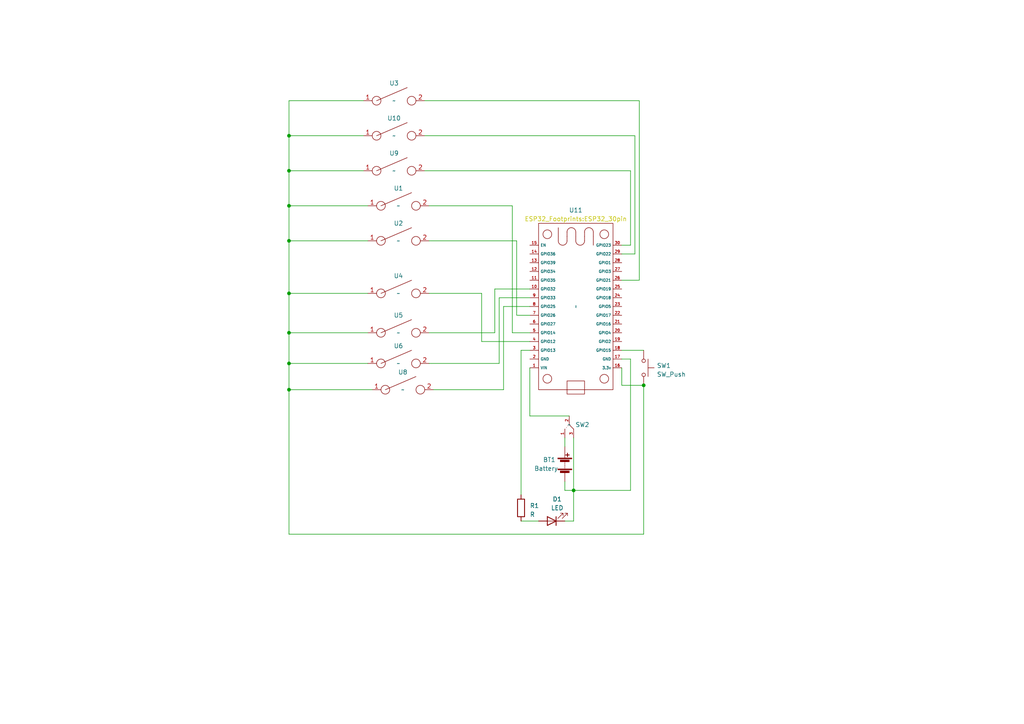
<source format=kicad_sch>
(kicad_sch (version 20250114) (generator "eeschema") (generator_version "9.0")
  (paper "A4")
  (title_block (title "Macro Pad schematics") (date "2025-07-31") (company "Mario Miralles"))
  (lib_symbols
    (symbol "Analog_Switch:Boton_conmutador"
      (property "Reference" "SW" (at 2.54 0 0))
      (symbol "Boton_conmutador_0_1"
        (polyline (pts (xy 0 0) (xy 0 0)))
      )
      (symbol "Boton_conmutador_1_1"
        (polyline (pts (xy -1.27 -1.27) (xy 0 0)) (stroke (width 0) (type dot)))
        (polyline (pts (xy 0 0) (xy 1.27 -1.27)))
        (pin bidirectional line (at -1.27 -3.81 90) (length 2.54) (name "") (number "1"))
        (pin bidirectional line (at 0 2.54 270) (length 2.54) (name "") (number "2"))
        (pin bidirectional line (at 1.27 -3.81 90) (length 2.54) (name "") (number "3"))
      )
    )
    (symbol "CherrySwitch_1"
      (property "Reference" "U1" (at 0 5.08 0))
      (property "Value" "~" (at 0 0 0))
      (symbol "CherrySwitch_1_0_1"
        (circle (center -5.08 0) (radius 1.27))
        (polyline (pts (xy -5.08 0) (xy 3.81 3.81)))
        (circle (center 5.08 0) (radius 1.27))
      )
      (symbol "CherrySwitch_1_1_1"
        (pin input line (at -8.89 0 0) (length 2.54) (name "") (number "1"))
        (pin output line (at 8.89 0 180) (length 2.54) (name "") (number "2"))
      )
    )
    (symbol "CherrySwitch_2"
      (property "Reference" "U" (at 0 5.08 0))
      (symbol "CherrySwitch_2_0_1"
        (circle (center -5.08 0) (radius 1.27))
        (polyline (pts (xy -5.08 0) (xy 3.81 3.81)))
        (circle (center 5.08 0) (radius 1.27))
      )
      (symbol "CherrySwitch_2_1_1"
        (pin input line (at -8.89 0 0) (length 2.54) (name "") (number "1"))
        (pin output line (at 8.89 0 180) (length 2.54) (name "") (number "2"))
      )
    )
    (symbol "CherrySwitch_3"
      (property "Reference" "U" (at 0 5.08 0))
      (symbol "CherrySwitch_3_0_1"
        (circle (center -5.08 0) (radius 1.27))
        (polyline (pts (xy -5.08 0) (xy 3.81 3.81)))
        (circle (center 5.08 0) (radius 1.27))
      )
      (symbol "CherrySwitch_3_1_1"
        (pin input line (at -8.89 0 0) (length 2.54) (name "") (number "1"))
        (pin output line (at 8.89 0 180) (length 2.54) (name "") (number "2"))
      )
    )
    (symbol "CherrySwitch_4"
      (property "Reference" "U" (at 0 5.08 0))
      (symbol "CherrySwitch_4_0_1"
        (circle (center -5.08 0) (radius 1.27))
        (polyline (pts (xy -5.08 0) (xy 3.81 3.81)))
        (circle (center 5.08 0) (radius 1.27))
      )
      (symbol "CherrySwitch_4_1_1"
        (pin input line (at -8.89 0 0) (length 2.54) (name "") (number "1"))
        (pin output line (at 8.89 0 180) (length 2.54) (name "") (number "2"))
      )
    )
    (symbol "CherrySwitch_5"
      (property "Reference" "U" (at 0 5.08 0))
      (symbol "CherrySwitch_5_0_1"
        (circle (center -5.08 0) (radius 1.27))
        (polyline (pts (xy -5.08 0) (xy 3.81 3.81)))
        (circle (center 5.08 0) (radius 1.27))
      )
      (symbol "CherrySwitch_5_1_1"
        (pin input line (at -8.89 0 0) (length 2.54) (name "") (number "1"))
        (pin output line (at 8.89 0 180) (length 2.54) (name "") (number "2"))
      )
    )
    (symbol "Device:Battery" (pin_numbers (hide yes)) (pin_names (offset 0) (hide yes))
      (property "Reference" "BT" (at 2.54 2.54 0))
      (property "Value" "Battery" (at 2.54 0 0))
      (symbol "Battery_0_1"
        (rectangle (start -2.032 1.778) (end 2.032 1.524) (fill (type outline)))
        (rectangle (start -2.032 -1.397) (end 2.032 -1.651) (fill (type outline)))
        (rectangle (start -1.3208 1.1938) (end 1.27 0.6858) (fill (type outline)))
        (rectangle (start -1.3208 -1.9812) (end 1.27 -2.4892) (fill (type outline)))
        (polyline (pts (xy 0 1.778) (xy 0 2.54)))
        (polyline (pts (xy 0 0.508) (xy 0 0.762)))
        (polyline (pts (xy 0 0) (xy 0 0.254)))
        (polyline (pts (xy 0 -0.508) (xy 0 -0.254)))
        (polyline (pts (xy 0 -1.016) (xy 0 -0.762)))
        (polyline (pts (xy 0 -1.524) (xy 0 -1.27)))
        (polyline (pts (xy 0.254 2.667) (xy 1.27 2.667)) (stroke (width 0.254)))
        (polyline (pts (xy 0.762 3.175) (xy 0.762 2.159)) (stroke (width 0.254)))
      )
      (symbol "Battery_1_1"
        (pin passive line (at 0 5.08 270) (length 2.54) (name "+") (number "1"))
        (pin passive line (at 0 -5.08 90) (length 2.54) (name "-") (number "2"))
      )
    )
    (symbol "Device:LED" (pin_numbers (hide yes)) (pin_names (offset 1.016) (hide yes))
      (property "Reference" "D" (at 0 2.54 0))
      (property "Value" "LED" (at 0 -2.54 0))
      (symbol "LED_0_1"
        (polyline (pts (xy -3.048 -0.762) (xy -4.572 -2.286) (xy -3.81 -2.286) (xy -4.572 -2.286) (xy -4.572 -1.524)))
        (polyline (pts (xy -1.778 -0.762) (xy -3.302 -2.286) (xy -2.54 -2.286) (xy -3.302 -2.286) (xy -3.302 -1.524)))
        (polyline (pts (xy -1.27 0) (xy 1.27 0)))
        (polyline (pts (xy -1.27 -1.27) (xy -1.27 1.27)) (stroke (width 0.254)))
        (polyline (pts (xy 1.27 -1.27) (xy 1.27 1.27) (xy -1.27 0) (xy 1.27 -1.27)) (stroke (width 0.254)))
      )
      (symbol "LED_1_1"
        (pin passive line (at -3.81 0 0) (length 2.54) (name "K") (number "1"))
        (pin passive line (at 3.81 0 180) (length 2.54) (name "A") (number "2"))
      )
    )
    (symbol "Device:R" (pin_numbers (hide yes)) (pin_names (offset 0))
      (property "Reference" "R" (at 2.032 0 90))
      (property "Value" "R" (at 0 0 90))
      (symbol "R_0_1"
        (rectangle (start -1.016 -2.54) (end 1.016 2.54) (stroke (width 0.254)))
      )
      (symbol "R_1_1"
        (pin passive line (at 0 3.81 270) (length 1.27) (name "~") (number "1"))
        (pin passive line (at 0 -3.81 90) (length 1.27) (name "~") (number "2"))
      )
    )
    (symbol "Switch:CherrySwitch"
      (property "Reference" "U" (at 0 5.08 0))
      (symbol "CherrySwitch_0_1"
        (circle (center -5.08 0) (radius 1.27))
        (polyline (pts (xy -5.08 0) (xy 3.81 3.81)))
        (circle (center 5.08 0) (radius 1.27))
      )
      (symbol "CherrySwitch_1_1"
        (pin input line (at -8.89 0 0) (length 2.54) (name "") (number "1"))
        (pin output line (at 8.89 0 180) (length 2.54) (name "") (number "2"))
      )
    )
    (symbol "Switch:SW_Push" (pin_numbers (hide yes)) (pin_names (offset 1.016) (hide yes))
      (property "Reference" "SW" (at 1.27 2.54 0))
      (property "Value" "SW_Push" (at 0 -1.524 0))
      (symbol "SW_Push_0_1"
        (circle (center -2.032 0) (radius 0.508))
        (polyline (pts (xy 0 1.27) (xy 0 3.048)))
        (circle (center 2.032 0) (radius 0.508))
        (polyline (pts (xy 2.54 1.27) (xy -2.54 1.27)))
        (pin passive line (at -5.08 0 0) (length 2.54) (name "1") (number "1"))
        (pin passive line (at 5.08 0 180) (length 2.54) (name "2") (number "2"))
      )
    )
    (symbol "esp32_30pin:ESP32_30Pin"
      (property "Reference" "U" (at 0 0 0))
      (property "Footprint" "ESP32_30pin" (at 0 -2.54 0))
      (symbol "ESP32_30Pin_0_1"
        (rectangle (start -24.13 10.795) (end 24.13 -10.795))
        (polyline (pts (xy -21.59 5.08) (xy -20.32 5.08)))
        (polyline (pts (xy -21.59 2.54) (xy -20.32 2.54)))
        (polyline (pts (xy -21.59 0) (xy -20.32 0)))
        (polyline (pts (xy -21.59 -2.54) (xy -20.32 -2.54)))
        (arc (start -21.5975 2.5325) (mid -22.4933 2.9067) (end -22.8675 3.8025))
        (arc (start -21.5975 -2.5475) (mid -22.4933 -2.1733) (end -22.8675 -1.2775))
        (arc (start -22.86 3.81) (mid -22.4873 4.7073) (end -21.59 5.08))
        (arc (start -22.86 -1.27) (mid -22.4873 -0.3727) (end -21.59 0))
        (circle (center -20.955 8.255) (radius 1.27))
        (circle (center -20.955 -8.255) (radius 1.27))
        (polyline (pts (xy -20.32 5.08) (xy -17.78 5.08)))
        (polyline (pts (xy -20.32 -5.08) (xy -22.86 -5.08)))
        (arc (start -17.7775 1.2675) (mid -18.1502 0.3702) (end -19.0475 -0.0025))
        (arc (start -17.7775 -3.8125) (mid -18.1502 -4.7098) (end -19.0475 -5.0825))
        (arc (start -19.04 2.545) (mid -18.1442 2.1708) (end -17.77 1.275))
        (arc (start -19.04 -2.535) (mid -18.1442 -2.9092) (end -17.77 -3.805))
        (polyline (pts (xy -19.0475 2.5375) (xy -20.3175 2.5375)))
        (polyline (pts (xy -19.0475 -0.0025) (xy -20.3175 -0.0025)))
        (polyline (pts (xy -19.0475 -2.5425) (xy -20.3175 -2.5425)))
        (polyline (pts (xy -19.0475 -5.0825) (xy -20.3175 -5.0825)))
        (circle (center 20.955 8.255) (radius 1.27))
        (circle (center 20.955 -8.255) (radius 1.27))
        (rectangle (start 21.59 2.54) (end 25.4 -2.54))
      )
      (symbol "ESP32_30Pin_1_1"
        (pin bidirectional line (at -17.78 13.335 270) (length 2.54) (name "GPIO23") (number "30"))
        (pin bidirectional line (at -17.78 -13.335 90) (length 2.54) (name "EN") (number "15"))
        (pin bidirectional line (at -15.24 13.335 270) (length 2.54) (name "GPIO22") (number "29"))
        (pin bidirectional line (at -15.24 -13.335 90) (length 2.54) (name "GPIO36") (number "14"))
        (pin bidirectional line (at -12.7 13.335 270) (length 2.54) (name "GPIO1") (number "28"))
        (pin bidirectional line (at -12.7 -13.335 90) (length 2.54) (name "GPIO39") (number "13"))
        (pin bidirectional line (at -10.16 13.335 270) (length 2.54) (name "GPIO3") (number "27"))
        (pin bidirectional line (at -10.16 -13.335 90) (length 2.54) (name "GPIO34") (number "12"))
        (pin bidirectional line (at -7.62 13.335 270) (length 2.54) (name "GPIO21") (number "26"))
        (pin bidirectional line (at -7.62 -13.335 90) (length 2.54) (name "GPIO35") (number "11"))
        (pin bidirectional line (at -5.08 13.335 270) (length 2.54) (name "GPIO19") (number "25"))
        (pin bidirectional line (at -5.08 -13.335 90) (length 2.54) (name "GPIO32") (number "10"))
        (pin bidirectional line (at -2.54 13.335 270) (length 2.54) (name "GPIO18") (number "24"))
        (pin bidirectional line (at -2.54 -13.335 90) (length 2.54) (name "GPIO33") (number "9"))
        (pin bidirectional line (at 0 13.335 270) (length 2.54) (name "GPIO5") (number "23"))
        (pin bidirectional line (at 0 -13.335 90) (length 2.54) (name "GPIO25") (number "8"))
        (pin bidirectional line (at 2.54 13.335 270) (length 2.54) (name "GPIO17") (number "22"))
        (pin bidirectional line (at 2.54 -13.335 90) (length 2.54) (name "GPIO26") (number "7"))
        (pin bidirectional line (at 5.08 13.335 270) (length 2.54) (name "GPIO16") (number "21"))
        (pin bidirectional line (at 5.08 -13.335 90) (length 2.54) (name "GPIO27") (number "6"))
        (pin bidirectional line (at 7.62 13.335 270) (length 2.54) (name "GPIO4") (number "20"))
        (pin bidirectional line (at 7.62 -13.335 90) (length 2.54) (name "GPIO14") (number "5"))
        (pin bidirectional line (at 10.16 13.335 270) (length 2.54) (name "GPIO2") (number "19"))
        (pin bidirectional line (at 10.16 -13.335 90) (length 2.54) (name "GPIO12") (number "4"))
        (pin bidirectional line (at 12.7 13.335 270) (length 2.54) (name "GPIO15") (number "18"))
        (pin bidirectional line (at 12.7 -13.335 90) (length 2.54) (name "GPIO13") (number "3"))
        (pin power_in line (at 15.24 13.335 270) (length 2.54) (name "GND") (number "17"))
        (pin bidirectional line (at 15.24 -13.335 90) (length 2.54) (name "GND") (number "2"))
        (pin output line (at 17.78 13.335 270) (length 2.54) (name "3.3v") (number "16"))
        (pin power_out line (at 17.78 -13.335 90) (length 2.54) (name "VIN") (number "1"))
      )
    )
  )
  (junction (at 83.82 85.09))
  (junction (at 83.82 105.41))
  (junction (at 186.69 111.76))
  (junction (at 166.37 142.24))
  (junction (at 83.82 59.69))
  (junction (at 83.82 49.53))
  (junction (at 83.82 69.85))
  (junction (at 83.82 39.37))
  (junction (at 83.82 96.52))
  (junction (at 83.82 113.03))
  (wire (pts (xy 153.67 120.65) (xy 165.1 120.65)))
  (wire (pts (xy 83.82 105.41) (xy 83.82 113.03)))
  (wire (pts (xy 83.82 96.52) (xy 83.82 105.41)))
  (wire (pts (xy 185.42 81.28) (xy 180.34 81.28)))
  (wire (pts (xy 139.7 85.09) (xy 139.7 99.06)))
  (wire (pts (xy 163.83 139.7) (xy 163.83 142.24)))
  (wire (pts (xy 166.37 127) (xy 166.37 142.24)))
  (wire (pts (xy 144.78 86.36) (xy 153.67 86.36)))
  (wire (pts (xy 163.83 151.13) (xy 166.37 151.13)))
  (wire (pts (xy 182.88 104.14) (xy 180.34 104.14)))
  (wire (pts (xy 151.13 151.13) (xy 156.21 151.13)))
  (wire (pts (xy 151.13 101.6) (xy 153.67 101.6)))
  (wire (pts (xy 106.68 69.85) (xy 83.82 69.85)))
  (wire (pts (xy 180.34 101.6) (xy 186.69 101.6)))
  (wire (pts (xy 143.51 83.82) (xy 153.67 83.82)))
  (wire (pts (xy 148.59 96.52) (xy 153.67 96.52)))
  (wire (pts (xy 180.34 106.68) (xy 180.34 111.76)))
  (wire (pts (xy 151.13 143.51) (xy 151.13 101.6)))
  (wire (pts (xy 83.82 59.69) (xy 83.82 49.53)))
  (wire (pts (xy 123.19 49.53) (xy 182.88 49.53)))
  (wire (pts (xy 153.67 106.68) (xy 153.67 120.65)))
  (wire (pts (xy 139.7 99.06) (xy 153.67 99.06)))
  (wire (pts (xy 124.46 69.85) (xy 149.86 69.85)))
  (wire (pts (xy 146.05 88.9) (xy 153.67 88.9)))
  (wire (pts (xy 149.86 91.44) (xy 153.67 91.44)))
  (wire (pts (xy 185.42 29.21) (xy 185.42 81.28)))
  (wire (pts (xy 148.59 59.69) (xy 148.59 96.52)))
  (wire (pts (xy 83.82 96.52) (xy 106.68 96.52)))
  (wire (pts (xy 83.82 105.41) (xy 106.68 105.41)))
  (wire (pts (xy 83.82 154.94) (xy 186.69 154.94)))
  (wire (pts (xy 166.37 142.24) (xy 163.83 142.24)))
  (wire (pts (xy 123.19 39.37) (xy 184.15 39.37)))
  (wire (pts (xy 166.37 142.24) (xy 182.88 142.24)))
  (wire (pts (xy 123.19 29.21) (xy 185.42 29.21)))
  (wire (pts (xy 125.73 113.03) (xy 146.05 113.03)))
  (wire (pts (xy 83.82 113.03) (xy 83.82 154.94)))
  (wire (pts (xy 83.82 29.21) (xy 105.41 29.21)))
  (wire (pts (xy 143.51 96.52) (xy 143.51 83.82)))
  (wire (pts (xy 186.69 154.94) (xy 186.69 111.76)))
  (wire (pts (xy 83.82 85.09) (xy 106.68 85.09)))
  (wire (pts (xy 180.34 111.76) (xy 186.69 111.76)))
  (wire (pts (xy 184.15 39.37) (xy 184.15 73.66)))
  (wire (pts (xy 83.82 59.69) (xy 106.68 59.69)))
  (wire (pts (xy 149.86 69.85) (xy 149.86 91.44)))
  (wire (pts (xy 166.37 151.13) (xy 166.37 142.24)))
  (wire (pts (xy 83.82 69.85) (xy 83.82 85.09)))
  (wire (pts (xy 184.15 73.66) (xy 180.34 73.66)))
  (wire (pts (xy 124.46 96.52) (xy 143.51 96.52)))
  (wire (pts (xy 83.82 69.85) (xy 83.82 59.69)))
  (wire (pts (xy 83.82 85.09) (xy 83.82 96.52)))
  (wire (pts (xy 182.88 71.12) (xy 180.34 71.12)))
  (wire (pts (xy 124.46 85.09) (xy 139.7 85.09)))
  (wire (pts (xy 83.82 113.03) (xy 107.95 113.03)))
  (wire (pts (xy 83.82 39.37) (xy 105.41 39.37)))
  (wire (pts (xy 124.46 59.69) (xy 148.59 59.69)))
  (wire (pts (xy 144.78 105.41) (xy 144.78 86.36)))
  (wire (pts (xy 182.88 142.24) (xy 182.88 104.14)))
  (wire (pts (xy 124.46 105.41) (xy 144.78 105.41)))
  (wire (pts (xy 146.05 113.03) (xy 146.05 88.9)))
  (wire (pts (xy 163.83 127) (xy 163.83 129.54)))
  (wire (pts (xy 83.82 39.37) (xy 83.82 49.53)))
  (wire (pts (xy 83.82 49.53) (xy 105.41 49.53)))
  (wire (pts (xy 182.88 49.53) (xy 182.88 71.12)))
  (wire (pts (xy 83.82 29.21) (xy 83.82 39.37)))
  (symbol (lib_name "CherrySwitch_1") (lib_id "Switch:CherrySwitch") (at 116.84 113.03 0) (unit 1)
    (property "Reference" "U8" (at 116.84 107.95 0))
    (property "Value" "~" (at 116.84 113.03 0))
    (property "Footprint" "Button_Switch_Keyboard:SW_Cherry_MX_1.00u_PCB" (effects (hide yes)))
  )
  (symbol (lib_id "esp32_30pin:ESP32_30Pin") (at 167.005 88.9 270) (unit 1)
    (property "Reference" "U11" (at 167.005 60.96 90))
    (property "Value" "~" (at 167.005 88.9 0))
    (property "Footprint" "ESP32_Footprints:ESP32_30pin" (at 167.005 63.5 90))
  )
  (symbol (lib_name "CherrySwitch_3") (lib_id "Switch:CherrySwitch") (at 114.3 39.37 0) (unit 1)
    (property "Reference" "U10" (at 114.3 34.29 0))
    (property "Value" "~" (at 114.3 39.37 0))
    (property "Footprint" "Button_Switch_Keyboard:SW_Cherry_MX_1.00u_PCB" (effects (hide yes)))
  )
  (symbol (lib_id "Switch:SW_Push") (at 186.69 106.68 270) (unit 1)
    (property "Reference" "SW1" (at 190.5 106.045 90) (effects (justify left)))
    (property "Value" "SW_Push" (at 190.5 108.585 90) (effects (justify left)))
    (property "Footprint" "Button_Switch_THT:SW_PUSH_6mm_H5mm" (effects (hide yes)))
  )
  (symbol (lib_name "CherrySwitch_5") (lib_id "Switch:CherrySwitch") (at 115.57 96.52 0) (unit 1)
    (property "Reference" "U5" (at 115.57 91.44 0))
    (property "Value" "~" (at 115.57 96.52 0))
    (property "Footprint" "Button_Switch_Keyboard:SW_Cherry_MX_1.00u_PCB" (effects (hide yes)))
  )
  (symbol (lib_name "CherrySwitch_2") (lib_id "Switch:CherrySwitch") (at 115.57 69.85 0) (unit 1)
    (property "Reference" "U2" (at 115.57 64.77 0))
    (property "Value" "~" (at 115.57 69.85 0))
    (property "Footprint" "Button_Switch_Keyboard:SW_Cherry_MX_1.00u_PCB" (effects (hide yes)))
  )
  (symbol (lib_id "Switch:CherrySwitch") (at 115.57 105.41 0) (unit 1)
    (property "Reference" "U6" (at 115.57 100.33 0))
    (property "Value" "~" (at 115.57 105.41 0))
    (property "Footprint" "Button_Switch_Keyboard:SW_Cherry_MX_1.00u_PCB" (effects (hide yes)))
  )
  (symbol (lib_id "Device:R") (at 151.13 147.32 0) (unit 1)
    (property "Reference" "R1" (at 153.67 146.685 0) (effects (justify left)))
    (property "Value" "R" (at 153.67 149.225 0) (effects (justify left)))
    (property "Footprint" "CustomSymbols:Resistor_holes" (effects (hide yes)))
  )
  (symbol (lib_name "CherrySwitch_2") (lib_id "Switch:CherrySwitch") (at 114.3 49.53 0) (unit 1)
    (property "Reference" "U9" (at 114.3 44.45 0))
    (property "Value" "~" (at 114.3 49.53 0))
    (property "Footprint" "Button_Switch_Keyboard:SW_Cherry_MX_1.00u_PCB" (effects (hide yes)))
  )
  (symbol (lib_id "Device:Battery") (at 163.83 134.62 0) (unit 1)
    (property "Reference" "BT1" (at 157.48 133.35 0) (effects (justify left)))
    (property "Value" "Battery" (at 154.94 135.89 0) (effects (justify left)))
    (property "Footprint" "CustomSymbols:Battery holder" (effects (hide yes)))
  )
  (symbol (lib_name "CherrySwitch_3") (lib_id "Switch:CherrySwitch") (at 114.3 29.21 0) (unit 1)
    (property "Reference" "U3" (at 114.3 24.13 0))
    (property "Value" "~" (at 114.3 29.21 0))
    (property "Footprint" "Button_Switch_Keyboard:SW_Cherry_MX_1.00u_PCB" (effects (hide yes)))
  )
  (symbol (lib_name "CherrySwitch_4") (lib_id "Switch:CherrySwitch") (at 115.57 85.09 0) (unit 1)
    (property "Reference" "U4" (at 115.57 80.01 0))
    (property "Value" "~" (at 115.57 85.09 0))
    (property "Footprint" "Button_Switch_Keyboard:SW_Cherry_MX_1.00u_PCB" (effects (hide yes)))
  )
  (symbol (lib_name "CherrySwitch_1") (lib_id "Switch:CherrySwitch") (at 115.57 59.69 0) (unit 1)
    (property "Reference" "U1" (at 115.57 54.61 0))
    (property "Value" "~" (at 115.57 59.69 0))
    (property "Footprint" "Button_Switch_Keyboard:SW_Cherry_MX_1.00u_PCB" (effects (hide yes)))
  )
  (symbol (lib_id "Analog_Switch:Boton_conmutador") (at 165.1 123.19 0) (unit 1)
    (property "Reference" "SW2" (at 168.91 123.19 0))
    (property "Value" "~" (at 165.1 123.19 0))
    (property "Footprint" "CustomSymbols:Switch conmutador" (effects (hide yes)))
  )
  (symbol (lib_id "Device:LED") (at 160.02 151.13 180) (unit 1)
    (property "Reference" "D1" (at 161.6075 144.78 0))
    (property "Value" "LED" (at 161.6075 147.32 0))
    (property "Footprint" "CustomSymbols:LED_holes" (effects (hide yes)))
  )
)
</source>
